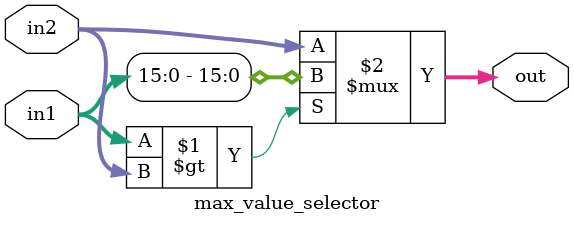
<source format=v>

module top_module (
    input clk,
    input reset,   // Synchronous active-high reset
    input [31:0] in,
    output [15:0] q,
    output [3:0] ena
);

wire [31:0] transition_detected;
wire [15:0] bcd_counter;

// Detect 1 to 0 transitions
transition_detector td (
    .clk(clk),
    .reset(reset),
    .in(in),
    .out(transition_detected)
);

// BCD counter
bcd_counter bc (
    .clk(clk),
    .reset(reset),
    .ena(ena[3]),
    .out(bcd_counter)
);

// Max value selector
max_value_selector mvs (
    .in1(transition_detected),
    .in2(bcd_counter),
    .out(q)
);

assign ena = 4'b0; // Fix the undriven wires

endmodule
module transition_detector (
    input clk,
    input reset,
    input [31:0] in,
    output [31:0] out
);

reg [31:0] in_prev;

always @(posedge clk or posedge reset) begin
    if (reset) begin
        in_prev <= 32'b0;
    end else begin
        in_prev <= in;
    end
end

assign out = in_prev & ~in;

endmodule
module bcd_counter (
    input clk,
    input reset,
    input ena,
    output [15:0] out
);

reg [15:0] count;

always @(posedge clk or posedge reset) begin
    if (reset) begin
        count <= 16'b0;
    end else if (ena) begin
        count <= count + 1'b1;
        if (count == 16'h9999) begin
            count <= 16'b0;
        end
    end
end

assign out = count;

endmodule
module max_value_selector (
    input [31:0] in1,
    input [15:0] in2,
    output [15:0] out
);

assign out = (in1 > in2) ? in1[15:0] : in2;

endmodule
</source>
